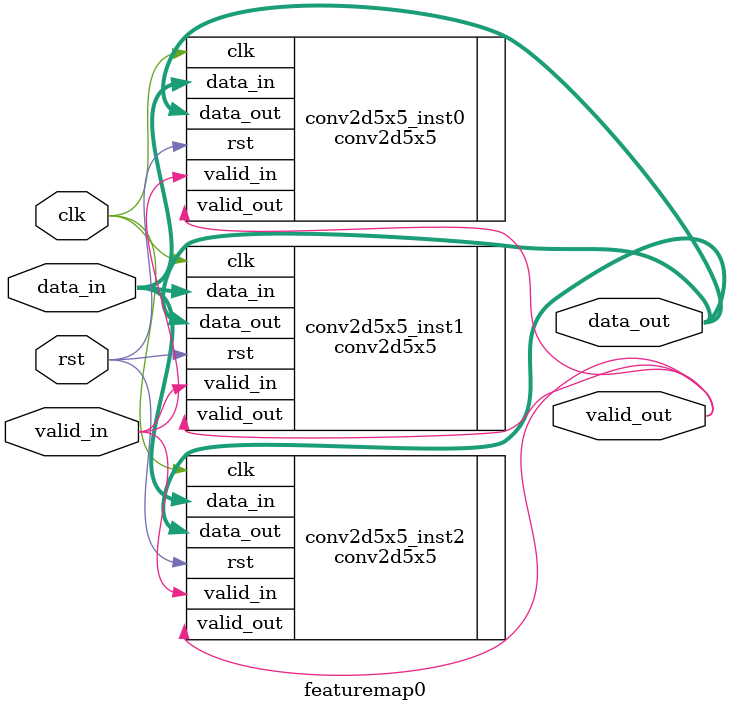
<source format=v>
module featuremap0(
	input clk,
	input rst,

	input [DATA_WIDTH - 1:0] data_in,
	input valid_in,

	output [DATA_WIDTH - 1:0] data_out,
	output valid_out
);
	parameter DATA_WIDTH = 24;
conv2d5x5 #(
	.w0(-0.010422647),
	.w1(0.049680732),
	.w2(0.10491877),
	.w3(-0.0064872177),
	.w4(-0.10267236),
	.w5(-0.0145616755),
	.w6(0.02779623),
	.w7(-0.096954875),
	.w8(0.038690235),
	.w9(-0.009164213),
	.w10(-0.05335179),
	.w11(0.04319133),
	.w12(-0.035408),
	.w13(0.022691827),
	.w14(-0.11052882),
	.w15(-0.04146631),
	.w16(-0.017754931),
	.w17(-0.023775788),
	.w18(0.010651382),
	.w19(-0.114628136),
	.w20(-0.06695101),
	.w21(0.03222686),
	.w22(-0.0055200127),
	.w23(-0.0012792461),
	.w24(-0.041105296),
)
conv2d5x5_inst0(
	.clk(clk),
	.rst(rst),
	.data_in(data_in),
	.valid_in(valid_in),
	.data_out(data_out),
	.valid_out(valid_out)
);

conv2d5x5 #(
	.w0(-0.06044674),
	.w1(-0.026354859),
	.w2(-0.045939807),
	.w3(-0.0675553),
	.w4(-0.07202159),
	.w5(-0.012322451),
	.w6(0.03506609),
	.w7(0.113849744),
	.w8(0.086189575),
	.w9(-0.045003504),
	.w10(-0.11277402),
	.w11(0.049084637),
	.w12(-0.059876297),
	.w13(0.10277569),
	.w14(-0.0933718),
	.w15(-0.07269548),
	.w16(0.11183506),
	.w17(-0.0060799634),
	.w18(-0.027754687),
	.w19(-0.06830768),
	.w20(-0.11394771),
	.w21(0.1126641),
	.w22(-0.021951348),
	.w23(-0.07250781),
	.w24(-0.088975824),
)
conv2d5x5_inst1(
	.clk(clk),
	.rst(rst),
	.data_in(data_in),
	.valid_in(valid_in),
	.data_out(data_out),
	.valid_out(valid_out)
);

conv2d5x5 #(
	.w0(-0.09692871),
	.w1(-0.05854886),
	.w2(-0.107524514),
	.w3(-0.021401597),
	.w4(-0.07358788),
	.w5(-0.022172084),
	.w6(0.041710615),
	.w7(0.06528518),
	.w8(0.02601866),
	.w9(0.036210343),
	.w10(0.05793875),
	.w11(-0.10956946),
	.w12(-0.0024548548),
	.w13(0.027045922),
	.w14(0.013433281),
	.w15(-0.096787915),
	.w16(-0.00464118),
	.w17(-0.07256315),
	.w18(-0.09552333),
	.w19(0.004459783),
	.w20(-0.0832744),
	.w21(-0.085367166),
	.w22(0.0900908),
	.w23(-0.056363195),
	.w24(-0.013390802),
)
conv2d5x5_inst2(
	.clk(clk),
	.rst(rst),
	.data_in(data_in),
	.valid_in(valid_in),
	.data_out(data_out),
	.valid_out(valid_out)
);

endmodule
</source>
